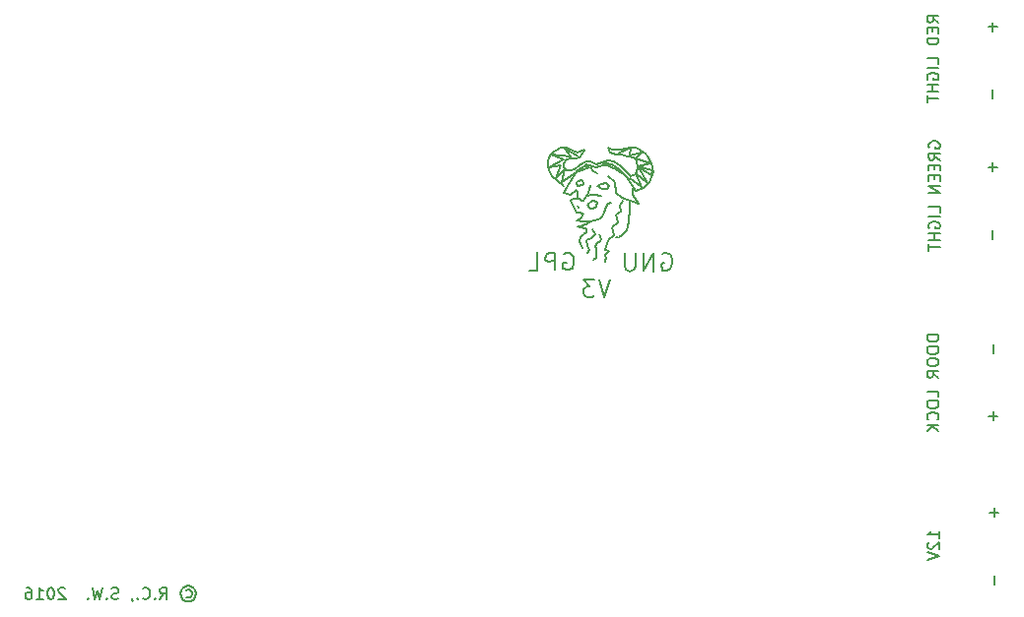
<source format=gbo>
G04 #@! TF.FileFunction,Legend,Bot*
%FSLAX46Y46*%
G04 Gerber Fmt 4.6, Leading zero omitted, Abs format (unit mm)*
G04 Created by KiCad (PCBNEW 4.0.1-3.201512221401+6198~38~ubuntu15.10.1-stable) date Mon 11 Jan 2016 07:04:30 PM EST*
%MOMM*%
G01*
G04 APERTURE LIST*
%ADD10C,0.150000*%
G04 APERTURE END LIST*
D10*
X173871000Y-99219262D02*
X173823381Y-99124024D01*
X173823381Y-98981167D01*
X173871000Y-98838309D01*
X173966238Y-98743071D01*
X174061476Y-98695452D01*
X174251952Y-98647833D01*
X174394810Y-98647833D01*
X174585286Y-98695452D01*
X174680524Y-98743071D01*
X174775762Y-98838309D01*
X174823381Y-98981167D01*
X174823381Y-99076405D01*
X174775762Y-99219262D01*
X174728143Y-99266881D01*
X174394810Y-99266881D01*
X174394810Y-99076405D01*
X174823381Y-100266881D02*
X174347190Y-99933547D01*
X174823381Y-99695452D02*
X173823381Y-99695452D01*
X173823381Y-100076405D01*
X173871000Y-100171643D01*
X173918619Y-100219262D01*
X174013857Y-100266881D01*
X174156714Y-100266881D01*
X174251952Y-100219262D01*
X174299571Y-100171643D01*
X174347190Y-100076405D01*
X174347190Y-99695452D01*
X174299571Y-100695452D02*
X174299571Y-101028786D01*
X174823381Y-101171643D02*
X174823381Y-100695452D01*
X173823381Y-100695452D01*
X173823381Y-101171643D01*
X174299571Y-101600214D02*
X174299571Y-101933548D01*
X174823381Y-102076405D02*
X174823381Y-101600214D01*
X173823381Y-101600214D01*
X173823381Y-102076405D01*
X174823381Y-102504976D02*
X173823381Y-102504976D01*
X174823381Y-103076405D01*
X173823381Y-103076405D01*
X174823381Y-104790691D02*
X174823381Y-104314500D01*
X173823381Y-104314500D01*
X174823381Y-105124024D02*
X173823381Y-105124024D01*
X173871000Y-106124024D02*
X173823381Y-106028786D01*
X173823381Y-105885929D01*
X173871000Y-105743071D01*
X173966238Y-105647833D01*
X174061476Y-105600214D01*
X174251952Y-105552595D01*
X174394810Y-105552595D01*
X174585286Y-105600214D01*
X174680524Y-105647833D01*
X174775762Y-105743071D01*
X174823381Y-105885929D01*
X174823381Y-105981167D01*
X174775762Y-106124024D01*
X174728143Y-106171643D01*
X174394810Y-106171643D01*
X174394810Y-105981167D01*
X174823381Y-106600214D02*
X173823381Y-106600214D01*
X174299571Y-106600214D02*
X174299571Y-107171643D01*
X174823381Y-107171643D02*
X173823381Y-107171643D01*
X173823381Y-107504976D02*
X173823381Y-108076405D01*
X174823381Y-107790690D02*
X173823381Y-107790690D01*
X174696381Y-88432072D02*
X174220190Y-88098738D01*
X174696381Y-87860643D02*
X173696381Y-87860643D01*
X173696381Y-88241596D01*
X173744000Y-88336834D01*
X173791619Y-88384453D01*
X173886857Y-88432072D01*
X174029714Y-88432072D01*
X174124952Y-88384453D01*
X174172571Y-88336834D01*
X174220190Y-88241596D01*
X174220190Y-87860643D01*
X174172571Y-88860643D02*
X174172571Y-89193977D01*
X174696381Y-89336834D02*
X174696381Y-88860643D01*
X173696381Y-88860643D01*
X173696381Y-89336834D01*
X174696381Y-89765405D02*
X173696381Y-89765405D01*
X173696381Y-90003500D01*
X173744000Y-90146358D01*
X173839238Y-90241596D01*
X173934476Y-90289215D01*
X174124952Y-90336834D01*
X174267810Y-90336834D01*
X174458286Y-90289215D01*
X174553524Y-90241596D01*
X174648762Y-90146358D01*
X174696381Y-90003500D01*
X174696381Y-89765405D01*
X174696381Y-92003501D02*
X174696381Y-91527310D01*
X173696381Y-91527310D01*
X174696381Y-92336834D02*
X173696381Y-92336834D01*
X173744000Y-93336834D02*
X173696381Y-93241596D01*
X173696381Y-93098739D01*
X173744000Y-92955881D01*
X173839238Y-92860643D01*
X173934476Y-92813024D01*
X174124952Y-92765405D01*
X174267810Y-92765405D01*
X174458286Y-92813024D01*
X174553524Y-92860643D01*
X174648762Y-92955881D01*
X174696381Y-93098739D01*
X174696381Y-93193977D01*
X174648762Y-93336834D01*
X174601143Y-93384453D01*
X174267810Y-93384453D01*
X174267810Y-93193977D01*
X174696381Y-93813024D02*
X173696381Y-93813024D01*
X174172571Y-93813024D02*
X174172571Y-94384453D01*
X174696381Y-94384453D02*
X173696381Y-94384453D01*
X173696381Y-94717786D02*
X173696381Y-95289215D01*
X174696381Y-95003500D02*
X173696381Y-95003500D01*
X179331929Y-88408285D02*
X179331929Y-89170190D01*
X179712881Y-88789238D02*
X178950976Y-88789238D01*
X179331929Y-94217810D02*
X179331929Y-94979715D01*
X179331929Y-100473285D02*
X179331929Y-101235190D01*
X179712881Y-100854238D02*
X178950976Y-100854238D01*
X179331929Y-106282810D02*
X179331929Y-107044715D01*
X179458929Y-130191285D02*
X179458929Y-130953190D01*
X179839881Y-130572238D02*
X179077976Y-130572238D01*
X179458929Y-136000810D02*
X179458929Y-136762715D01*
X174759881Y-132794453D02*
X174759881Y-132223024D01*
X174759881Y-132508738D02*
X173759881Y-132508738D01*
X173902738Y-132413500D01*
X173997976Y-132318262D01*
X174045595Y-132223024D01*
X173855119Y-133175405D02*
X173807500Y-133223024D01*
X173759881Y-133318262D01*
X173759881Y-133556358D01*
X173807500Y-133651596D01*
X173855119Y-133699215D01*
X173950357Y-133746834D01*
X174045595Y-133746834D01*
X174188452Y-133699215D01*
X174759881Y-133127786D01*
X174759881Y-133746834D01*
X173759881Y-134032548D02*
X174759881Y-134365881D01*
X173759881Y-134699215D01*
X179379571Y-122665715D02*
X179379571Y-121903810D01*
X178998619Y-122284762D02*
X179760524Y-122284762D01*
X179379571Y-116856190D02*
X179379571Y-116094285D01*
X174696381Y-115324452D02*
X173696381Y-115324452D01*
X173696381Y-115562547D01*
X173744000Y-115705405D01*
X173839238Y-115800643D01*
X173934476Y-115848262D01*
X174124952Y-115895881D01*
X174267810Y-115895881D01*
X174458286Y-115848262D01*
X174553524Y-115800643D01*
X174648762Y-115705405D01*
X174696381Y-115562547D01*
X174696381Y-115324452D01*
X173696381Y-116514928D02*
X173696381Y-116705405D01*
X173744000Y-116800643D01*
X173839238Y-116895881D01*
X174029714Y-116943500D01*
X174363048Y-116943500D01*
X174553524Y-116895881D01*
X174648762Y-116800643D01*
X174696381Y-116705405D01*
X174696381Y-116514928D01*
X174648762Y-116419690D01*
X174553524Y-116324452D01*
X174363048Y-116276833D01*
X174029714Y-116276833D01*
X173839238Y-116324452D01*
X173744000Y-116419690D01*
X173696381Y-116514928D01*
X173696381Y-117562547D02*
X173696381Y-117753024D01*
X173744000Y-117848262D01*
X173839238Y-117943500D01*
X174029714Y-117991119D01*
X174363048Y-117991119D01*
X174553524Y-117943500D01*
X174648762Y-117848262D01*
X174696381Y-117753024D01*
X174696381Y-117562547D01*
X174648762Y-117467309D01*
X174553524Y-117372071D01*
X174363048Y-117324452D01*
X174029714Y-117324452D01*
X173839238Y-117372071D01*
X173744000Y-117467309D01*
X173696381Y-117562547D01*
X174696381Y-118991119D02*
X174220190Y-118657785D01*
X174696381Y-118419690D02*
X173696381Y-118419690D01*
X173696381Y-118800643D01*
X173744000Y-118895881D01*
X173791619Y-118943500D01*
X173886857Y-118991119D01*
X174029714Y-118991119D01*
X174124952Y-118943500D01*
X174172571Y-118895881D01*
X174220190Y-118800643D01*
X174220190Y-118419690D01*
X174696381Y-120657786D02*
X174696381Y-120181595D01*
X173696381Y-120181595D01*
X173696381Y-121181595D02*
X173696381Y-121372072D01*
X173744000Y-121467310D01*
X173839238Y-121562548D01*
X174029714Y-121610167D01*
X174363048Y-121610167D01*
X174553524Y-121562548D01*
X174648762Y-121467310D01*
X174696381Y-121372072D01*
X174696381Y-121181595D01*
X174648762Y-121086357D01*
X174553524Y-120991119D01*
X174363048Y-120943500D01*
X174029714Y-120943500D01*
X173839238Y-120991119D01*
X173744000Y-121086357D01*
X173696381Y-121181595D01*
X174601143Y-122610167D02*
X174648762Y-122562548D01*
X174696381Y-122419691D01*
X174696381Y-122324453D01*
X174648762Y-122181595D01*
X174553524Y-122086357D01*
X174458286Y-122038738D01*
X174267810Y-121991119D01*
X174124952Y-121991119D01*
X173934476Y-122038738D01*
X173839238Y-122086357D01*
X173744000Y-122181595D01*
X173696381Y-122324453D01*
X173696381Y-122419691D01*
X173744000Y-122562548D01*
X173791619Y-122610167D01*
X174696381Y-123038738D02*
X173696381Y-123038738D01*
X174696381Y-123610167D02*
X174124952Y-123181595D01*
X173696381Y-123610167D02*
X174267810Y-123038738D01*
X110044690Y-137294976D02*
X110139928Y-137247357D01*
X110330404Y-137247357D01*
X110425642Y-137294976D01*
X110520880Y-137390214D01*
X110568499Y-137485452D01*
X110568499Y-137675929D01*
X110520880Y-137771167D01*
X110425642Y-137866405D01*
X110330404Y-137914024D01*
X110139928Y-137914024D01*
X110044690Y-137866405D01*
X110235166Y-136914024D02*
X110473261Y-136961643D01*
X110711357Y-137104500D01*
X110854214Y-137342595D01*
X110901833Y-137580690D01*
X110854214Y-137818786D01*
X110711357Y-138056881D01*
X110473261Y-138199738D01*
X110235166Y-138247357D01*
X109997071Y-138199738D01*
X109758976Y-138056881D01*
X109616119Y-137818786D01*
X109568499Y-137580690D01*
X109616119Y-137342595D01*
X109758976Y-137104500D01*
X109997071Y-136961643D01*
X110235166Y-136914024D01*
X107806594Y-138056881D02*
X108139928Y-137580690D01*
X108378023Y-138056881D02*
X108378023Y-137056881D01*
X107997070Y-137056881D01*
X107901832Y-137104500D01*
X107854213Y-137152119D01*
X107806594Y-137247357D01*
X107806594Y-137390214D01*
X107854213Y-137485452D01*
X107901832Y-137533071D01*
X107997070Y-137580690D01*
X108378023Y-137580690D01*
X107378023Y-137961643D02*
X107330404Y-138009262D01*
X107378023Y-138056881D01*
X107425642Y-138009262D01*
X107378023Y-137961643D01*
X107378023Y-138056881D01*
X106330404Y-137961643D02*
X106378023Y-138009262D01*
X106520880Y-138056881D01*
X106616118Y-138056881D01*
X106758976Y-138009262D01*
X106854214Y-137914024D01*
X106901833Y-137818786D01*
X106949452Y-137628310D01*
X106949452Y-137485452D01*
X106901833Y-137294976D01*
X106854214Y-137199738D01*
X106758976Y-137104500D01*
X106616118Y-137056881D01*
X106520880Y-137056881D01*
X106378023Y-137104500D01*
X106330404Y-137152119D01*
X105901833Y-137961643D02*
X105854214Y-138009262D01*
X105901833Y-138056881D01*
X105949452Y-138009262D01*
X105901833Y-137961643D01*
X105901833Y-138056881D01*
X105378024Y-138009262D02*
X105378024Y-138056881D01*
X105425643Y-138152119D01*
X105473262Y-138199738D01*
X104235167Y-138009262D02*
X104092310Y-138056881D01*
X103854214Y-138056881D01*
X103758976Y-138009262D01*
X103711357Y-137961643D01*
X103663738Y-137866405D01*
X103663738Y-137771167D01*
X103711357Y-137675929D01*
X103758976Y-137628310D01*
X103854214Y-137580690D01*
X104044691Y-137533071D01*
X104139929Y-137485452D01*
X104187548Y-137437833D01*
X104235167Y-137342595D01*
X104235167Y-137247357D01*
X104187548Y-137152119D01*
X104139929Y-137104500D01*
X104044691Y-137056881D01*
X103806595Y-137056881D01*
X103663738Y-137104500D01*
X103235167Y-137961643D02*
X103187548Y-138009262D01*
X103235167Y-138056881D01*
X103282786Y-138009262D01*
X103235167Y-137961643D01*
X103235167Y-138056881D01*
X102854215Y-137056881D02*
X102616120Y-138056881D01*
X102425643Y-137342595D01*
X102235167Y-138056881D01*
X101997072Y-137056881D01*
X101616120Y-137961643D02*
X101568501Y-138009262D01*
X101616120Y-138056881D01*
X101663739Y-138009262D01*
X101616120Y-137961643D01*
X101616120Y-138056881D01*
X99663739Y-137152119D02*
X99616120Y-137104500D01*
X99520882Y-137056881D01*
X99282786Y-137056881D01*
X99187548Y-137104500D01*
X99139929Y-137152119D01*
X99092310Y-137247357D01*
X99092310Y-137342595D01*
X99139929Y-137485452D01*
X99711358Y-138056881D01*
X99092310Y-138056881D01*
X98473263Y-137056881D02*
X98378024Y-137056881D01*
X98282786Y-137104500D01*
X98235167Y-137152119D01*
X98187548Y-137247357D01*
X98139929Y-137437833D01*
X98139929Y-137675929D01*
X98187548Y-137866405D01*
X98235167Y-137961643D01*
X98282786Y-138009262D01*
X98378024Y-138056881D01*
X98473263Y-138056881D01*
X98568501Y-138009262D01*
X98616120Y-137961643D01*
X98663739Y-137866405D01*
X98711358Y-137675929D01*
X98711358Y-137437833D01*
X98663739Y-137247357D01*
X98616120Y-137152119D01*
X98568501Y-137104500D01*
X98473263Y-137056881D01*
X97187548Y-138056881D02*
X97758977Y-138056881D01*
X97473263Y-138056881D02*
X97473263Y-137056881D01*
X97568501Y-137199738D01*
X97663739Y-137294976D01*
X97758977Y-137342595D01*
X96330405Y-137056881D02*
X96520882Y-137056881D01*
X96616120Y-137104500D01*
X96663739Y-137152119D01*
X96758977Y-137294976D01*
X96806596Y-137485452D01*
X96806596Y-137866405D01*
X96758977Y-137961643D01*
X96711358Y-138009262D01*
X96616120Y-138056881D01*
X96425643Y-138056881D01*
X96330405Y-138009262D01*
X96282786Y-137961643D01*
X96235167Y-137866405D01*
X96235167Y-137628310D01*
X96282786Y-137533071D01*
X96330405Y-137485452D01*
X96425643Y-137437833D01*
X96616120Y-137437833D01*
X96711358Y-137485452D01*
X96758977Y-137533071D01*
X96806596Y-137628310D01*
X146502285Y-110557571D02*
X146002285Y-112057571D01*
X145502285Y-110557571D01*
X145145142Y-110557571D02*
X144216571Y-110557571D01*
X144716571Y-111129000D01*
X144502285Y-111129000D01*
X144359428Y-111200429D01*
X144287999Y-111271857D01*
X144216571Y-111414714D01*
X144216571Y-111771857D01*
X144287999Y-111914714D01*
X144359428Y-111986143D01*
X144502285Y-112057571D01*
X144930857Y-112057571D01*
X145073714Y-111986143D01*
X145145142Y-111914714D01*
X140215620Y-108183680D02*
X140215620Y-109783880D01*
X140215620Y-109783880D02*
X139514580Y-109783880D01*
X141765020Y-109733080D02*
X141765020Y-108282740D01*
X141765020Y-108282740D02*
X141213840Y-108234480D01*
X141213840Y-108234480D02*
X140964920Y-108432600D01*
X140964920Y-108432600D02*
X140865860Y-108833920D01*
X140865860Y-108833920D02*
X141165580Y-108983780D01*
X141165580Y-108983780D02*
X141665960Y-108932980D01*
X142466060Y-108333540D02*
X142714980Y-108234480D01*
X142714980Y-108234480D02*
X143014700Y-108282740D01*
X143014700Y-108282740D02*
X143314420Y-108633260D01*
X143314420Y-108633260D02*
X143365220Y-109133640D01*
X143365220Y-109133640D02*
X143215360Y-109583220D01*
X143215360Y-109583220D02*
X142864840Y-109733080D01*
X142864840Y-109733080D02*
X142415260Y-109634020D01*
X142415260Y-109634020D02*
X142415260Y-109133640D01*
X142415260Y-109133640D02*
X142714980Y-109133640D01*
X148666200Y-108282740D02*
X148666200Y-109433360D01*
X148666200Y-109433360D02*
X148513800Y-109682280D01*
X148513800Y-109682280D02*
X148165820Y-109834680D01*
X148165820Y-109834680D02*
X147866100Y-109682280D01*
X147866100Y-109682280D02*
X147764500Y-109382560D01*
X147764500Y-109382560D02*
X147764500Y-108282740D01*
X150215600Y-109834680D02*
X150215600Y-108282740D01*
X150215600Y-108282740D02*
X149364700Y-109783880D01*
X149364700Y-109783880D02*
X149364700Y-108282740D01*
X150964900Y-108333540D02*
X151165560Y-108234480D01*
X151165560Y-108234480D02*
X151615140Y-108384340D01*
X151615140Y-108384340D02*
X151815800Y-108783120D01*
X151815800Y-108783120D02*
X151815800Y-109232700D01*
X151815800Y-109232700D02*
X151665940Y-109634020D01*
X151665940Y-109634020D02*
X151366220Y-109783880D01*
X151366220Y-109783880D02*
X150964900Y-109783880D01*
X150964900Y-109783880D02*
X150914100Y-109232700D01*
X150914100Y-109232700D02*
X151165560Y-109133640D01*
X148165820Y-101782880D02*
X149164040Y-102582980D01*
X149164040Y-102582980D02*
X148714460Y-101432360D01*
X148714460Y-101432360D02*
X149664420Y-102232460D01*
X149664420Y-102232460D02*
X148965920Y-100934520D01*
X148965920Y-100934520D02*
X150014940Y-101584760D01*
X150014940Y-101584760D02*
X150114000Y-101132640D01*
X150114000Y-101132640D02*
X148816060Y-100784660D01*
X148816060Y-100784660D02*
X149964140Y-100533200D01*
X149964140Y-100533200D02*
X148714460Y-100134420D01*
X148714460Y-100134420D02*
X149214840Y-99634040D01*
X149214840Y-99634040D02*
X148165820Y-99882960D01*
X148165820Y-99882960D02*
X148214080Y-99232720D01*
X148214080Y-99232720D02*
X147114260Y-99733100D01*
X144665700Y-100934520D02*
X144015460Y-101132640D01*
X144015460Y-101132640D02*
X143614140Y-101333300D01*
X143614140Y-101333300D02*
X142316200Y-102184200D01*
X142316200Y-102184200D02*
X142565120Y-101084380D01*
X142565120Y-101084380D02*
X141815820Y-101782880D01*
X141815820Y-101782880D02*
X142265400Y-100683060D01*
X142265400Y-100683060D02*
X141264640Y-100934520D01*
X141264640Y-100934520D02*
X142514320Y-100233480D01*
X142514320Y-100233480D02*
X141366240Y-99783900D01*
X141366240Y-99783900D02*
X143113760Y-99984560D01*
X143113760Y-99984560D02*
X142615920Y-99283520D01*
X142615920Y-99283520D02*
X143764000Y-99984560D01*
X144564100Y-100632260D02*
X144315180Y-100683060D01*
X147464780Y-101384100D02*
X146964400Y-101084380D01*
X146964400Y-101084380D02*
X146215100Y-100733860D01*
X146215100Y-100733860D02*
X145864580Y-100733860D01*
X147264120Y-106934000D02*
X147515580Y-106733340D01*
X147515580Y-106733340D02*
X147665440Y-106532680D01*
X147665440Y-106532680D02*
X147914360Y-106283760D01*
X147914360Y-106283760D02*
X147965160Y-105984040D01*
X147965160Y-105984040D02*
X148064220Y-105582720D01*
X148064220Y-105582720D02*
X148115020Y-105183940D01*
X148115020Y-105183940D02*
X148165820Y-104782620D01*
X148165820Y-104782620D02*
X148165820Y-104282240D01*
X148165820Y-104282240D02*
X148165820Y-103784400D01*
X147165060Y-106934000D02*
X146964400Y-106883200D01*
X147614640Y-103784400D02*
X147314920Y-104233980D01*
X147314920Y-104233980D02*
X147413980Y-104683560D01*
X147413980Y-104683560D02*
X146964400Y-104983280D01*
X146964400Y-104983280D02*
X147165060Y-105633520D01*
X147165060Y-105633520D02*
X146613880Y-106032300D01*
X146613880Y-106032300D02*
X146814540Y-106733340D01*
X146814540Y-106733340D02*
X146265900Y-107182920D01*
X146014440Y-108932980D02*
X146065240Y-109034580D01*
X146314160Y-107284520D02*
X146116040Y-107683300D01*
X146116040Y-107683300D02*
X146014440Y-107983020D01*
X146014440Y-107983020D02*
X146415760Y-108084620D01*
X146415760Y-108084620D02*
X146065240Y-108432600D01*
X146065240Y-108432600D02*
X146116040Y-108732320D01*
X146116040Y-108732320D02*
X146065240Y-108884720D01*
X145564860Y-106634280D02*
X145714720Y-107033060D01*
X145714720Y-107033060D02*
X145615660Y-107233720D01*
X145615660Y-107233720D02*
X145364200Y-107434380D01*
X145364200Y-107434380D02*
X145214340Y-107632500D01*
X145214340Y-107632500D02*
X145265140Y-107934760D01*
X145265140Y-107934760D02*
X145315940Y-108132880D01*
X145315940Y-108132880D02*
X145265140Y-108684060D01*
X145265140Y-108684060D02*
X145064480Y-108884720D01*
X144965420Y-106232960D02*
X145166080Y-106682540D01*
X145166080Y-106682540D02*
X144863820Y-106982260D01*
X144863820Y-106982260D02*
X144465040Y-107182920D01*
X144465040Y-107182920D02*
X144515840Y-107632500D01*
X144515840Y-107632500D02*
X144665700Y-108033820D01*
X144665700Y-108033820D02*
X144515840Y-108282740D01*
X144114520Y-107833160D02*
X144066260Y-107833160D01*
X144165320Y-105882440D02*
X143913860Y-105984040D01*
X143913860Y-105984040D02*
X143664940Y-105984040D01*
X143664940Y-105984040D02*
X143865600Y-106032300D01*
X143865600Y-106032300D02*
X144414240Y-106133900D01*
X144414240Y-106133900D02*
X144465040Y-106283760D01*
X144465040Y-106283760D02*
X144414240Y-106484420D01*
X144414240Y-106484420D02*
X144216120Y-106682540D01*
X144216120Y-106682540D02*
X143964660Y-106883200D01*
X143964660Y-106883200D02*
X143865600Y-107233720D01*
X143865600Y-107233720D02*
X143964660Y-107533440D01*
X143964660Y-107533440D02*
X144114520Y-107833160D01*
X144815560Y-105582720D02*
X144414240Y-105834180D01*
X144414240Y-105834180D02*
X144165320Y-105834180D01*
X143614140Y-105483660D02*
X144216120Y-105582720D01*
X144216120Y-105582720D02*
X144665700Y-105534460D01*
X144665700Y-105534460D02*
X145166080Y-105483660D01*
X145166080Y-105483660D02*
X145615660Y-105333800D01*
X145615660Y-105333800D02*
X145765520Y-105133140D01*
X145765520Y-105133140D02*
X145966180Y-104782620D01*
X145966180Y-104782620D02*
X146116040Y-104282240D01*
X146116040Y-104282240D02*
X146265900Y-104033320D01*
X146265900Y-104033320D02*
X146565620Y-103982520D01*
X143614140Y-104782620D02*
X143764000Y-104782620D01*
X143764000Y-104782620D02*
X144165320Y-104884220D01*
X144165320Y-104884220D02*
X144015460Y-105234740D01*
X144015460Y-105234740D02*
X143664940Y-105432860D01*
X143664940Y-102933500D02*
X143715740Y-103583740D01*
X144414240Y-103433880D02*
X144315180Y-103583740D01*
X144315180Y-103583740D02*
X144165320Y-103733600D01*
X144165320Y-103733600D02*
X144015460Y-103733600D01*
X144015460Y-103733600D02*
X143814800Y-103634540D01*
X143814800Y-103634540D02*
X143614140Y-103634540D01*
X144564100Y-103383080D02*
X144863820Y-103233220D01*
X144863820Y-103233220D02*
X145166080Y-103233220D01*
X145166080Y-103233220D02*
X145315940Y-103233220D01*
X145315940Y-103233220D02*
X145514060Y-103332280D01*
X145514060Y-103332280D02*
X145714720Y-103383080D01*
X144764760Y-102382320D02*
X144713960Y-102834440D01*
X144713960Y-102834440D02*
X144564100Y-103233220D01*
X144564100Y-103233220D02*
X144465040Y-103383080D01*
X143664940Y-104183180D02*
X143764000Y-104333040D01*
X144515840Y-104084120D02*
X144965420Y-103733600D01*
X144965420Y-103733600D02*
X145364200Y-103883460D01*
X145364200Y-103883460D02*
X145315940Y-104282240D01*
X145315940Y-104282240D02*
X145064480Y-104434640D01*
X145064480Y-104434640D02*
X144764760Y-104434640D01*
X144764760Y-104434640D02*
X144665700Y-104333040D01*
X144665700Y-104333040D02*
X144515840Y-104084120D01*
X144216120Y-102334060D02*
X144066260Y-101983540D01*
X144066260Y-101983540D02*
X143664940Y-102082600D01*
X143664940Y-102082600D02*
X143565880Y-102283260D01*
X143565880Y-102283260D02*
X143664940Y-102534720D01*
X143664940Y-102534720D02*
X144114520Y-102433120D01*
X145364200Y-102483920D02*
X145714720Y-102334060D01*
X145714720Y-102334060D02*
X146164300Y-102232460D01*
X146164300Y-102232460D02*
X146415760Y-102483920D01*
X146415760Y-102483920D02*
X146215100Y-102732840D01*
X146215100Y-102732840D02*
X145813780Y-102732840D01*
X145813780Y-102732840D02*
X145415000Y-102534720D01*
X145415000Y-101384100D02*
X145016220Y-101234240D01*
X145016220Y-101234240D02*
X144764760Y-100883720D01*
X148414740Y-102684580D02*
X148414740Y-103284020D01*
X148414740Y-103284020D02*
X148915120Y-104033320D01*
X148915120Y-104033320D02*
X147515580Y-103484680D01*
X147515580Y-103484680D02*
X147015200Y-103134160D01*
X147015200Y-103134160D02*
X146865340Y-102184200D01*
X146865340Y-102184200D02*
X146265900Y-101633020D01*
X144315180Y-99433380D02*
X143865600Y-100032820D01*
X143865600Y-100032820D02*
X143515080Y-100134420D01*
X143515080Y-100134420D02*
X143065500Y-100134420D01*
X143065500Y-100134420D02*
X142714980Y-100182680D01*
X142714980Y-100182680D02*
X142514320Y-100584000D01*
X142514320Y-100584000D02*
X142466060Y-100883720D01*
X142466060Y-100883720D02*
X142765780Y-101132640D01*
X142765780Y-101132640D02*
X143065500Y-101183440D01*
X143065500Y-101183440D02*
X143416020Y-101033580D01*
X143416020Y-101033580D02*
X143865600Y-100733860D01*
X143865600Y-100733860D02*
X144114520Y-100533200D01*
X144114520Y-100533200D02*
X144414240Y-100383340D01*
X144414240Y-100383340D02*
X144815560Y-100383340D01*
X144815560Y-100383340D02*
X145315940Y-100632260D01*
X145315940Y-100632260D02*
X145514060Y-100584000D01*
X145514060Y-100584000D02*
X145813780Y-100434140D01*
X145813780Y-100434140D02*
X146314160Y-100332540D01*
X146314160Y-100332540D02*
X146814540Y-100383340D01*
X146814540Y-100383340D02*
X147413980Y-100784660D01*
X147413980Y-100784660D02*
X147866100Y-101234240D01*
X147866100Y-101234240D02*
X148214080Y-101633020D01*
X148214080Y-101633020D02*
X148666200Y-101483160D01*
X148666200Y-101483160D02*
X148864320Y-100982780D01*
X148864320Y-100982780D02*
X148765260Y-100332540D01*
X148765260Y-100332540D02*
X148465540Y-100083620D01*
X148465540Y-100083620D02*
X148015960Y-99933760D01*
X148015960Y-99933760D02*
X147365720Y-99783900D01*
X147365720Y-99783900D02*
X147015200Y-99834700D01*
X147015200Y-99834700D02*
X146464020Y-99583240D01*
X146464020Y-99583240D02*
X146265900Y-99232720D01*
X146265900Y-99232720D02*
X146664680Y-99382580D01*
X146664680Y-99382580D02*
X147314920Y-99334320D01*
X147314920Y-99334320D02*
X148264880Y-99184460D01*
X148264880Y-99184460D02*
X148666200Y-99232720D01*
X148666200Y-99232720D02*
X149014180Y-99382580D01*
X149014180Y-99382580D02*
X149616160Y-99783900D01*
X149616160Y-99783900D02*
X150065740Y-100584000D01*
X150065740Y-100584000D02*
X150164800Y-101282500D01*
X150164800Y-101282500D02*
X149865080Y-102184200D01*
X149865080Y-102184200D02*
X149313900Y-102684580D01*
X149313900Y-102684580D02*
X148666200Y-102933500D01*
X148666200Y-102933500D02*
X147914360Y-101734620D01*
X147914360Y-101734620D02*
X147215860Y-101084380D01*
X147215860Y-101084380D02*
X146613880Y-100632260D01*
X146613880Y-100632260D02*
X146065240Y-100584000D01*
X146065240Y-100584000D02*
X145615660Y-100784660D01*
X145615660Y-100784660D02*
X145214340Y-100883720D01*
X145214340Y-100883720D02*
X144764760Y-100733860D01*
X144764760Y-100733860D02*
X144315180Y-100832920D01*
X144315180Y-100832920D02*
X143715740Y-101132640D01*
X143715740Y-101132640D02*
X143515080Y-101384100D01*
X143515080Y-101384100D02*
X142814040Y-102483920D01*
X142814040Y-102483920D02*
X142514320Y-103134160D01*
X142514320Y-103134160D02*
X143113760Y-103233220D01*
X143113760Y-103233220D02*
X143565880Y-102834440D01*
X143664940Y-103634540D02*
X143266160Y-103634540D01*
X143266160Y-103634540D02*
X143113760Y-103784400D01*
X143113760Y-103784400D02*
X143614140Y-104782620D01*
X144264380Y-99334320D02*
X143664940Y-99583240D01*
X143664940Y-99583240D02*
X143215360Y-99484180D01*
X143215360Y-99484180D02*
X142714980Y-99232720D01*
X142714980Y-99232720D02*
X142265400Y-99184460D01*
X142265400Y-99184460D02*
X141815820Y-99433380D01*
X141815820Y-99433380D02*
X141366240Y-99733100D01*
X141366240Y-99733100D02*
X141165580Y-100284280D01*
X141165580Y-100284280D02*
X141165580Y-100733860D01*
X141165580Y-100733860D02*
X141264640Y-101132640D01*
X141264640Y-101132640D02*
X141516100Y-101683820D01*
X141516100Y-101683820D02*
X141965680Y-102082600D01*
X141965680Y-102082600D02*
X142514320Y-102483920D01*
M02*

</source>
